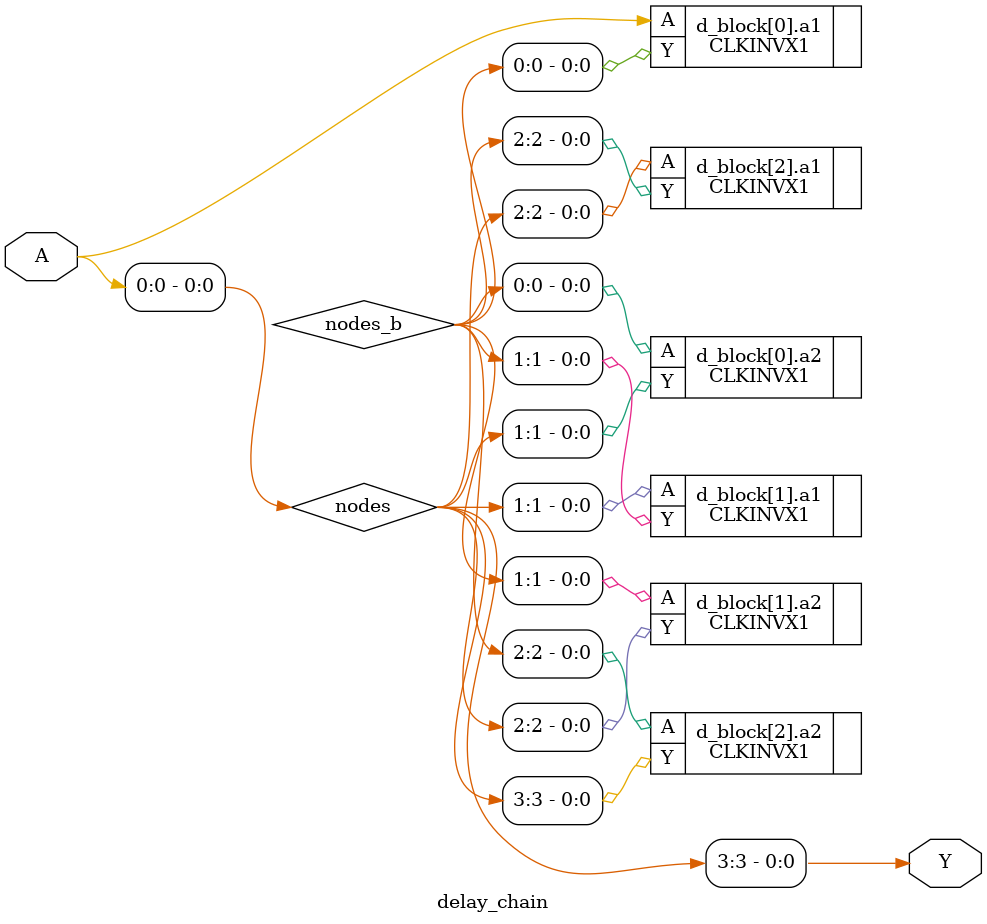
<source format=v>

module SR_latch(
	input wire S,
	input wire R,
	output wire Q,
	output wire QN
);
	NOR2X2 a1(.A(S),.B(Q),.Y(QN));
	NOR2X2 a2(.A(R),.B(QN),.Y(Q));
endmodule

module dff_os ( rstn, ck, Y );
  input rstn, ck;
  output Y;
  wire   n2;

  DFFRX1 dff_1 ( .D(1'b1), .CK(ck), .RN(n2), .Q(Y), .QN() );
  NOR2BX1 U2 ( .AN(rstn), .B(Y), .Y(n2) );
endmodule

module dff_os_wt #(
	parameter width = 0
) ( 
  input wire rstn,
  input wire ck,
  output wire Y 
);
  wire   n1,n2;

  DFFRX1 dff_1 ( .D(1'b1), .CK(ck), .RN(n2), .Q(Y), .QN() );
  delay_chain #(.counts(width)) chain(.A(Y),.Y(n1));
  NOR2BX1 U2 ( .AN(rstn), .B(n1), .Y(n2) );
endmodule


module delay_chain#(
	parameter counts = 3
)(
	input  wire A,
	output wire Y
);
wire [counts:0] nodes;
wire [counts:0] nodes_b;

assign nodes[0] = A;
assign Y = nodes[counts];

genvar i;
generate
	for(i=0;i<counts;i=i+1)begin:d_block
		CLKINVX1 a1(.A(nodes[i]) ,.Y(nodes_b[i]));
		CLKINVX1 a2(.A(nodes_b[i]) ,.Y(nodes[i+1]));
	end
endgenerate


endmodule
</source>
